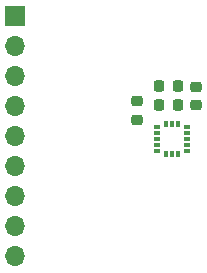
<source format=gbr>
%TF.GenerationSoftware,KiCad,Pcbnew,7.0.2-0*%
%TF.CreationDate,2023-06-08T14:22:34-07:00*%
%TF.ProjectId,IAM-20380HT_gyro,49414d2d-3230-4333-9830-48545f677972,rev?*%
%TF.SameCoordinates,Original*%
%TF.FileFunction,Soldermask,Top*%
%TF.FilePolarity,Negative*%
%FSLAX46Y46*%
G04 Gerber Fmt 4.6, Leading zero omitted, Abs format (unit mm)*
G04 Created by KiCad (PCBNEW 7.0.2-0) date 2023-06-08 14:22:34*
%MOMM*%
%LPD*%
G01*
G04 APERTURE LIST*
G04 Aperture macros list*
%AMRoundRect*
0 Rectangle with rounded corners*
0 $1 Rounding radius*
0 $2 $3 $4 $5 $6 $7 $8 $9 X,Y pos of 4 corners*
0 Add a 4 corners polygon primitive as box body*
4,1,4,$2,$3,$4,$5,$6,$7,$8,$9,$2,$3,0*
0 Add four circle primitives for the rounded corners*
1,1,$1+$1,$2,$3*
1,1,$1+$1,$4,$5*
1,1,$1+$1,$6,$7*
1,1,$1+$1,$8,$9*
0 Add four rect primitives between the rounded corners*
20,1,$1+$1,$2,$3,$4,$5,0*
20,1,$1+$1,$4,$5,$6,$7,0*
20,1,$1+$1,$6,$7,$8,$9,0*
20,1,$1+$1,$8,$9,$2,$3,0*%
G04 Aperture macros list end*
%ADD10RoundRect,0.225000X0.250000X-0.225000X0.250000X0.225000X-0.250000X0.225000X-0.250000X-0.225000X0*%
%ADD11RoundRect,0.225000X0.225000X0.250000X-0.225000X0.250000X-0.225000X-0.250000X0.225000X-0.250000X0*%
%ADD12R,1.700000X1.700000*%
%ADD13O,1.700000X1.700000*%
%ADD14RoundRect,0.014000X-0.231000X-0.161000X0.231000X-0.161000X0.231000X0.161000X-0.231000X0.161000X0*%
%ADD15RoundRect,0.014000X0.161000X-0.231000X0.161000X0.231000X-0.161000X0.231000X-0.161000X-0.231000X0*%
%ADD16RoundRect,0.014000X0.231000X0.161000X-0.231000X0.161000X-0.231000X-0.161000X0.231000X-0.161000X0*%
%ADD17RoundRect,0.014000X-0.161000X0.231000X-0.161000X-0.231000X0.161000X-0.231000X0.161000X0.231000X0*%
G04 APERTURE END LIST*
D10*
%TO.C,C1*%
X148650000Y-98225000D03*
X148650000Y-96675000D03*
%TD*%
D11*
%TO.C,C4*%
X147075000Y-98200000D03*
X145525000Y-98200000D03*
%TD*%
D10*
%TO.C,C3*%
X143650000Y-99425000D03*
X143650000Y-97875000D03*
%TD*%
D12*
%TO.C,U2*%
X133300000Y-90700000D03*
D13*
X133300000Y-93240000D03*
X133300000Y-95780000D03*
X133300000Y-98320000D03*
X133300000Y-100860000D03*
X133300000Y-103400000D03*
X133300000Y-105940000D03*
X133300000Y-108480000D03*
X133300000Y-111020000D03*
%TD*%
D11*
%TO.C,C2*%
X147075000Y-96600000D03*
X145525000Y-96600000D03*
%TD*%
D14*
%TO.C,U1*%
X145340000Y-100050000D03*
X145340000Y-100550000D03*
X145340000Y-101050000D03*
X145340000Y-101550000D03*
X145340000Y-102050000D03*
D15*
X146100000Y-102310000D03*
X146600000Y-102310000D03*
X147100000Y-102310000D03*
D16*
X147860000Y-102050000D03*
X147860000Y-101550000D03*
X147860000Y-101050000D03*
X147860000Y-100550000D03*
X147860000Y-100050000D03*
D17*
X147100000Y-99790000D03*
X146600000Y-99790000D03*
X146100000Y-99790000D03*
%TD*%
M02*

</source>
